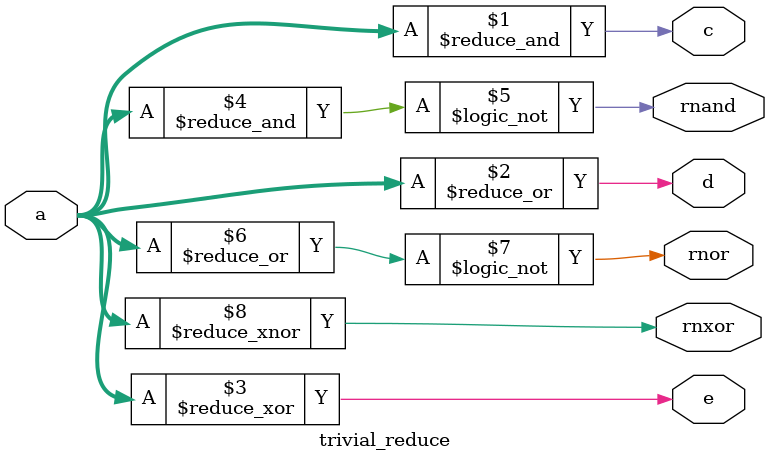
<source format=v>
module trivial_reduce ( 
input [7:0]a, 
output c, 
output d, 
output e,
output rnand,
output rnor,
output rnxor
);

assign c = &a;
assign d = |a;
assign e = ^a;
assign rnand =  ~&a;
assign rnor = ~|a;
assign rnxor = ~^a;
endmodule   

</source>
